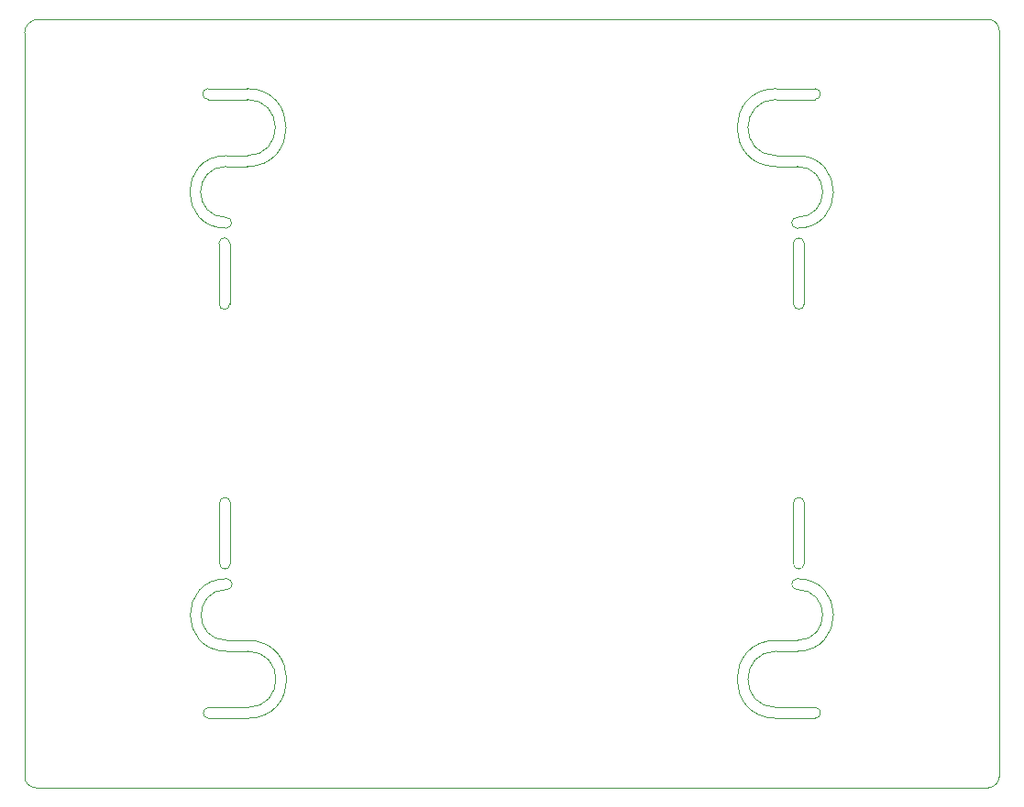
<source format=gm1>
G04 #@! TF.GenerationSoftware,KiCad,Pcbnew,5.1.10*
G04 #@! TF.CreationDate,2021-06-18T04:30:29+02:00*
G04 #@! TF.ProjectId,power-extender,706f7765-722d-4657-9874-656e6465722e,1*
G04 #@! TF.SameCoordinates,Original*
G04 #@! TF.FileFunction,Profile,NP*
%FSLAX46Y46*%
G04 Gerber Fmt 4.6, Leading zero omitted, Abs format (unit mm)*
G04 Created by KiCad (PCBNEW 5.1.10) date 2021-06-18 04:30:29*
%MOMM*%
%LPD*%
G01*
G04 APERTURE LIST*
G04 #@! TA.AperFunction,Profile*
%ADD10C,0.050000*%
G04 #@! TD*
G04 APERTURE END LIST*
D10*
X121750000Y-109700000D02*
X121750000Y-115300000D01*
X122750000Y-115300000D02*
X122750000Y-109700000D01*
X174750000Y-109700000D02*
X174750000Y-115300000D01*
X175750000Y-115300000D02*
X175750000Y-109700000D01*
X175750000Y-91300000D02*
X175750000Y-85700000D01*
X174750000Y-85700000D02*
X174750000Y-91300000D01*
X121700000Y-91300000D02*
X121700000Y-85700000D01*
X122700000Y-85700000D02*
X122700000Y-91300000D01*
X122400000Y-116700000D02*
G75*
G03*
X122400000Y-123400000I0J-3350000D01*
G01*
X124350000Y-128600000D02*
G75*
G03*
X124350000Y-123400000I0J2600000D01*
G01*
X122400000Y-117700000D02*
G75*
G03*
X122400000Y-122400000I0J-2350000D01*
G01*
X122400000Y-122400000D02*
X124350000Y-122400000D01*
X124350000Y-123400000D02*
X122400000Y-123400000D01*
X120750000Y-128600000D02*
G75*
G03*
X120750000Y-129600000I0J-500000D01*
G01*
X122750000Y-109700000D02*
G75*
G03*
X121750000Y-109700000I-500000J0D01*
G01*
X124350000Y-129600000D02*
G75*
G03*
X124350000Y-122400000I0J3600000D01*
G01*
X124350000Y-129600000D02*
X120750000Y-129600000D01*
X120750000Y-128600000D02*
X124350000Y-128600000D01*
X122400000Y-117700000D02*
G75*
G03*
X122400000Y-116700000I0J500000D01*
G01*
X121750000Y-115300000D02*
G75*
G03*
X122750000Y-115300000I500000J0D01*
G01*
X175100000Y-84300000D02*
G75*
G03*
X175100000Y-77600000I0J3350000D01*
G01*
X173150000Y-72400000D02*
G75*
G03*
X173150000Y-77600000I0J-2600000D01*
G01*
X175100000Y-83300000D02*
G75*
G03*
X175100000Y-78600000I0J2350000D01*
G01*
X175100000Y-78600000D02*
X173150000Y-78600000D01*
X173150000Y-77600000D02*
X175100000Y-77600000D01*
X176750000Y-72400000D02*
G75*
G03*
X176750000Y-71400000I0J500000D01*
G01*
X174750000Y-91300000D02*
G75*
G03*
X175750000Y-91300000I500000J0D01*
G01*
X173150000Y-71400000D02*
G75*
G03*
X173150000Y-78600000I0J-3600000D01*
G01*
X173150000Y-71400000D02*
X176750000Y-71400000D01*
X176750000Y-72400000D02*
X173150000Y-72400000D01*
X175100000Y-83300000D02*
G75*
G03*
X175100000Y-84300000I0J-500000D01*
G01*
X175750000Y-85700000D02*
G75*
G03*
X174750000Y-85700000I-500000J0D01*
G01*
X124300000Y-72400000D02*
G75*
G02*
X124300000Y-77600000I0J-2600000D01*
G01*
X124300000Y-71400000D02*
X120700000Y-71400000D01*
X124300000Y-71400000D02*
G75*
G02*
X124300000Y-78600000I0J-3600000D01*
G01*
X124300000Y-77600000D02*
X122350000Y-77600000D01*
X122350000Y-83300000D02*
G75*
G02*
X122350000Y-78600000I0J2350000D01*
G01*
X120700000Y-72400000D02*
G75*
G02*
X120700000Y-71400000I0J500000D01*
G01*
X122700000Y-91300000D02*
G75*
G02*
X121700000Y-91300000I-500000J0D01*
G01*
X121700000Y-85700000D02*
G75*
G02*
X122700000Y-85700000I500000J0D01*
G01*
X120700000Y-72400000D02*
X124300000Y-72400000D01*
X122350000Y-84300000D02*
G75*
G02*
X122350000Y-77600000I0J3350000D01*
G01*
X122350000Y-83300000D02*
G75*
G02*
X122350000Y-84300000I0J-500000D01*
G01*
X122350000Y-78600000D02*
X124300000Y-78600000D01*
X173150000Y-129600000D02*
X176750000Y-129600000D01*
X176750000Y-128600000D02*
X173150000Y-128600000D01*
X174750000Y-109700000D02*
G75*
G02*
X175750000Y-109700000I500000J0D01*
G01*
X175750000Y-115300000D02*
G75*
G02*
X174750000Y-115300000I-500000J0D01*
G01*
X175100000Y-117700000D02*
G75*
G02*
X175100000Y-116700000I0J500000D01*
G01*
X176750000Y-128600000D02*
G75*
G02*
X176750000Y-129600000I0J-500000D01*
G01*
X173150000Y-123400000D02*
X175100000Y-123400000D01*
X175100000Y-122400000D02*
X173150000Y-122400000D01*
X175100000Y-116700000D02*
G75*
G02*
X175100000Y-123400000I0J-3350000D01*
G01*
X175100000Y-117700000D02*
G75*
G02*
X175100000Y-122400000I0J-2350000D01*
G01*
X173150000Y-128600000D02*
G75*
G02*
X173150000Y-123400000I0J2600000D01*
G01*
X173150000Y-129600000D02*
G75*
G02*
X173150000Y-122400000I0J3600000D01*
G01*
X193750000Y-135000000D02*
X193750000Y-66000000D01*
X104750000Y-136000000D02*
X192750000Y-136000000D01*
X103750000Y-66250000D02*
X103750000Y-135000000D01*
X192750000Y-65000000D02*
X105000000Y-65000000D01*
X192750000Y-65000000D02*
G75*
G02*
X193750000Y-66000000I0J-1000000D01*
G01*
X103750000Y-66250000D02*
G75*
G02*
X105000000Y-65000000I1250000J0D01*
G01*
X104750000Y-136000000D02*
G75*
G02*
X103750000Y-135000000I0J1000000D01*
G01*
X193750000Y-135000000D02*
G75*
G02*
X192750000Y-136000000I-1000000J0D01*
G01*
M02*

</source>
